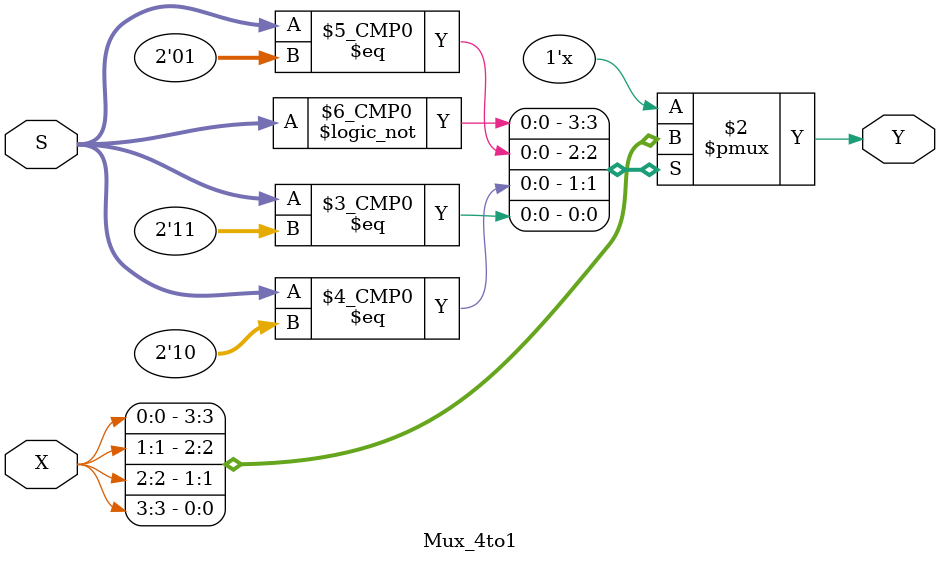
<source format=v>
module Mux_4to1(X,S,Y);
	input[3:0] X;
	input[1:0] S;
	output reg Y;

always@(X or S)
	begin
		case (S)
			2'b00: Y <= X[0];
			2'b01: Y <= X[1];
			2'b10: Y <= X[2];
			2'b11: Y <= X[3];
		endcase
	end
endmodule

</source>
